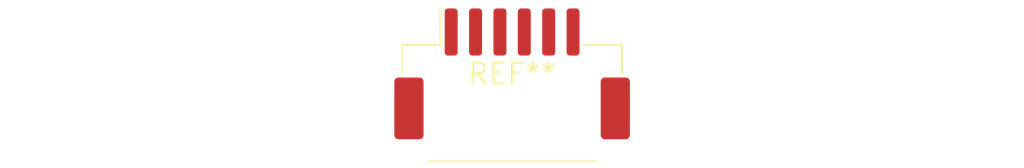
<source format=kicad_pcb>
(kicad_pcb (version 20240108) (generator pcbnew)
  (layers (0 "F.Cu" signal) (31 "B.Cu" signal) (34 "B.Paste" user) (35 "F.Paste" user) (36 "B.SilkS" user "B.Silkscreen") (37 "F.SilkS" user "F.Silkscreen") (38 "B.Mask" user) (39 "F.Mask" user) (44 "Edge.Cuts" user))
  (net 0 "")
  (footprint "Molex_CLIK-Mate_502585-0670_1x06-1MP_P1.50mm_Horizontal" (layer "F.Cu") (at 0 0)
    (property "Reference" "REF**")
    (property "Value" "Molex_CLIK-Mate_502585-0670_1x06-1MP_P1.50mm_Horizontal")
    (fp_line (start -6.76 -1.785) (end -4.41 -1.785) (layer "F.SilkS") (stroke (width 0.12)))
    (fp_line (start -6.76 -0.035) (end -6.76 -1.785) (layer "F.SilkS") (stroke (width 0.12)))
    (fp_line (start -5.19 5.385) (end 5.19 5.385) (layer "F.SilkS") (stroke (width 0.12)))
    (fp_line (start -4.41 -1.785) (end -4.41 -4.025) (layer "F.SilkS") (stroke (width 0.12)))
    (fp_line (start 6.76 -1.785) (end 4.41 -1.785) (layer "F.SilkS") (stroke (width 0.12)))
    (fp_line (start 6.76 -0.035) (end 6.76 -1.785) (layer "F.SilkS") (stroke (width 0.12)))
    (pad "1" smd roundrect (at -3.75 -2.575) (size 0.8 2.9) (layers "F.Cu" "F.Paste" "F.Mask"))
    (pad "2" smd roundrect (at -2.25 -2.575) (size 0.8 2.9) (layers "F.Cu" "F.Paste" "F.Mask"))
    (pad "3" smd roundrect (at -0.75 -2.575) (size 0.8 2.9) (layers "F.Cu" "F.Paste" "F.Mask"))
    (pad "4" smd roundrect (at 0.75 -2.575) (size 0.8 2.9) (layers "F.Cu" "F.Paste" "F.Mask"))
    (pad "5" smd roundrect (at 2.25 -2.575) (size 0.8 2.9) (layers "F.Cu" "F.Paste" "F.Mask"))
    (pad "6" smd roundrect (at 3.75 -2.575) (size 0.8 2.9) (layers "F.Cu" "F.Paste" "F.Mask"))
    (pad "MP" smd roundrect (at -6.35 2.125) (size 1.8 3.8) (layers "F.Cu" "F.Paste" "F.Mask") (roundrect_rratio 0.138889))
    (pad "MP" smd roundrect (at 6.35 2.125) (size 1.8 3.8) (layers "F.Cu" "F.Paste" "F.Mask") (roundrect_rratio 0.138889))
  )
)
</source>
